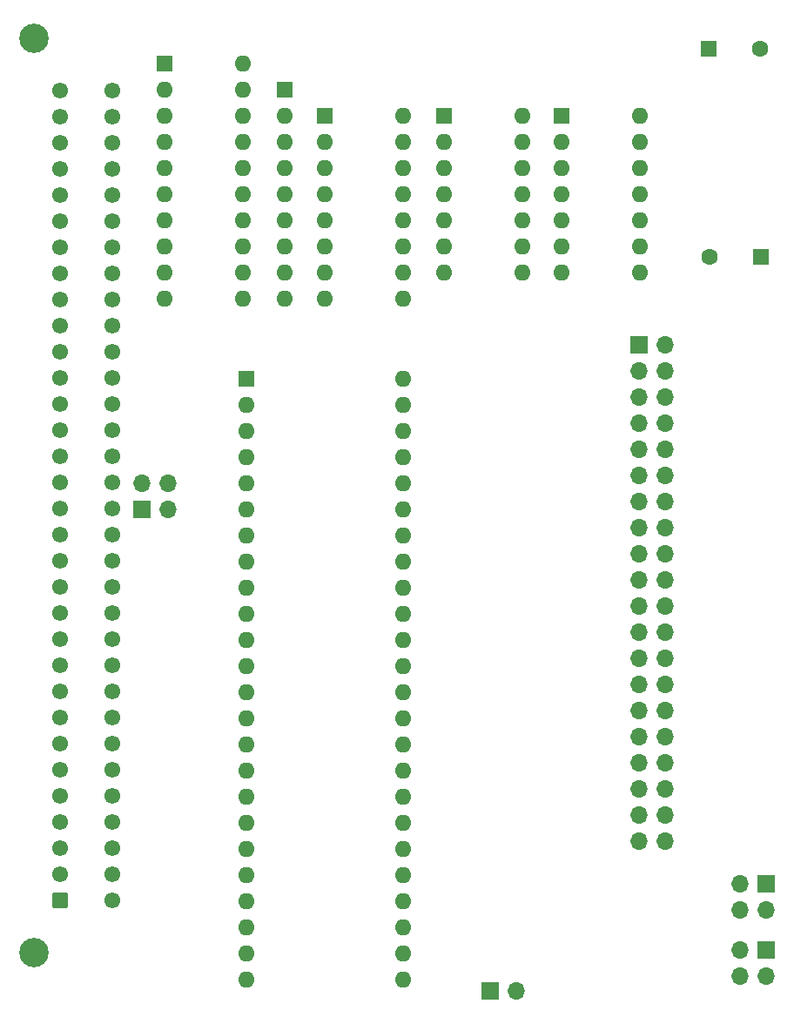
<source format=gbr>
%TF.GenerationSoftware,KiCad,Pcbnew,(6.0.8-1)-1*%
%TF.CreationDate,2023-09-26T17:12:20+03:00*%
%TF.ProjectId,A410_Podule_Ram_RPI,41343130-5f50-46f6-9475-6c655f52616d,rev?*%
%TF.SameCoordinates,Original*%
%TF.FileFunction,Soldermask,Bot*%
%TF.FilePolarity,Negative*%
%FSLAX46Y46*%
G04 Gerber Fmt 4.6, Leading zero omitted, Abs format (unit mm)*
G04 Created by KiCad (PCBNEW (6.0.8-1)-1) date 2023-09-26 17:12:20*
%MOMM*%
%LPD*%
G01*
G04 APERTURE LIST*
G04 Aperture macros list*
%AMRoundRect*
0 Rectangle with rounded corners*
0 $1 Rounding radius*
0 $2 $3 $4 $5 $6 $7 $8 $9 X,Y pos of 4 corners*
0 Add a 4 corners polygon primitive as box body*
4,1,4,$2,$3,$4,$5,$6,$7,$8,$9,$2,$3,0*
0 Add four circle primitives for the rounded corners*
1,1,$1+$1,$2,$3*
1,1,$1+$1,$4,$5*
1,1,$1+$1,$6,$7*
1,1,$1+$1,$8,$9*
0 Add four rect primitives between the rounded corners*
20,1,$1+$1,$2,$3,$4,$5,0*
20,1,$1+$1,$4,$5,$6,$7,0*
20,1,$1+$1,$6,$7,$8,$9,0*
20,1,$1+$1,$8,$9,$2,$3,0*%
G04 Aperture macros list end*
%ADD10R,1.600000X1.600000*%
%ADD11O,1.600000X1.600000*%
%ADD12R,1.700000X1.700000*%
%ADD13O,1.700000X1.700000*%
%ADD14C,2.850000*%
%ADD15RoundRect,0.249999X0.525001X-0.525001X0.525001X0.525001X-0.525001X0.525001X-0.525001X-0.525001X0*%
%ADD16C,1.550000*%
%ADD17C,1.600000*%
G04 APERTURE END LIST*
D10*
%TO.C,U2*%
X112786000Y-50541000D03*
D11*
X112786000Y-53081000D03*
X112786000Y-55621000D03*
X112786000Y-58161000D03*
X112786000Y-60701000D03*
X112786000Y-63241000D03*
X112786000Y-65781000D03*
X120406000Y-65781000D03*
X120406000Y-63241000D03*
X120406000Y-60701000D03*
X120406000Y-58161000D03*
X120406000Y-55621000D03*
X120406000Y-53081000D03*
X120406000Y-50541000D03*
%TD*%
D12*
%TO.C,J2*%
X131821000Y-72776000D03*
D13*
X134361000Y-72776000D03*
X131821000Y-75316000D03*
X134361000Y-75316000D03*
X131821000Y-77856000D03*
X134361000Y-77856000D03*
X131821000Y-80396000D03*
X134361000Y-80396000D03*
X131821000Y-82936000D03*
X134361000Y-82936000D03*
X131821000Y-85476000D03*
X134361000Y-85476000D03*
X131821000Y-88016000D03*
X134361000Y-88016000D03*
X131821000Y-90556000D03*
X134361000Y-90556000D03*
X131821000Y-93096000D03*
X134361000Y-93096000D03*
X131821000Y-95636000D03*
X134361000Y-95636000D03*
X131821000Y-98176000D03*
X134361000Y-98176000D03*
X131821000Y-100716000D03*
X134361000Y-100716000D03*
X131821000Y-103256000D03*
X134361000Y-103256000D03*
X131821000Y-105796000D03*
X134361000Y-105796000D03*
X131821000Y-108336000D03*
X134361000Y-108336000D03*
X131821000Y-110876000D03*
X134361000Y-110876000D03*
X131821000Y-113416000D03*
X134361000Y-113416000D03*
X131821000Y-115956000D03*
X134361000Y-115956000D03*
X131821000Y-118496000D03*
X134361000Y-118496000D03*
X131821000Y-121036000D03*
X134361000Y-121036000D03*
%TD*%
D10*
%TO.C,SW1*%
X101229000Y-50536000D03*
D11*
X101229000Y-53076000D03*
X101229000Y-55616000D03*
X101229000Y-58156000D03*
X101229000Y-60696000D03*
X101229000Y-63236000D03*
X101229000Y-65776000D03*
X101229000Y-68316000D03*
X108849000Y-68316000D03*
X108849000Y-65776000D03*
X108849000Y-63236000D03*
X108849000Y-60696000D03*
X108849000Y-58156000D03*
X108849000Y-55616000D03*
X108849000Y-53076000D03*
X108849000Y-50536000D03*
%TD*%
D14*
%TO.C,J1*%
X72898000Y-131953000D03*
X72898000Y-43053000D03*
D15*
X75438000Y-126873000D03*
D16*
X75438000Y-124333000D03*
X75438000Y-121793000D03*
X75438000Y-119253000D03*
X75438000Y-116713000D03*
X75438000Y-114173000D03*
X75438000Y-111633000D03*
X75438000Y-109093000D03*
X75438000Y-106553000D03*
X75438000Y-104013000D03*
X75438000Y-101473000D03*
X75438000Y-98933000D03*
X75438000Y-96393000D03*
X75438000Y-93853000D03*
X75438000Y-91313000D03*
X75438000Y-88773000D03*
X75438000Y-86233000D03*
X75438000Y-83693000D03*
X75438000Y-81153000D03*
X75438000Y-78613000D03*
X75438000Y-76073000D03*
X75438000Y-73533000D03*
X75438000Y-70993000D03*
X75438000Y-68453000D03*
X75438000Y-65913000D03*
X75438000Y-63373000D03*
X75438000Y-60833000D03*
X75438000Y-58293000D03*
X75438000Y-55753000D03*
X75438000Y-53213000D03*
X75438000Y-50673000D03*
X75438000Y-48133000D03*
X80518000Y-126873000D03*
X80518000Y-124333000D03*
X80518000Y-121793000D03*
X80518000Y-119253000D03*
X80518000Y-116713000D03*
X80518000Y-114173000D03*
X80518000Y-111633000D03*
X80518000Y-109093000D03*
X80518000Y-106553000D03*
X80518000Y-104013000D03*
X80518000Y-101473000D03*
X80518000Y-98933000D03*
X80518000Y-96393000D03*
X80518000Y-93853000D03*
X80518000Y-91313000D03*
X80518000Y-88773000D03*
X80518000Y-86233000D03*
X80518000Y-83693000D03*
X80518000Y-81153000D03*
X80518000Y-78613000D03*
X80518000Y-76073000D03*
X80518000Y-73533000D03*
X80518000Y-70993000D03*
X80518000Y-68453000D03*
X80518000Y-65913000D03*
X80518000Y-63373000D03*
X80518000Y-60833000D03*
X80518000Y-58293000D03*
X80518000Y-55753000D03*
X80518000Y-53213000D03*
X80518000Y-50673000D03*
X80518000Y-48133000D03*
%TD*%
D12*
%TO.C,INT1*%
X83434000Y-88778000D03*
D13*
X83434000Y-86238000D03*
X85974000Y-88778000D03*
X85974000Y-86238000D03*
%TD*%
D10*
%TO.C,CP2*%
X143626651Y-64262000D03*
D17*
X138626651Y-64262000D03*
%TD*%
D10*
%TO.C,U4*%
X124206000Y-50546000D03*
D11*
X124206000Y-53086000D03*
X124206000Y-55626000D03*
X124206000Y-58166000D03*
X124206000Y-60706000D03*
X124206000Y-63246000D03*
X124206000Y-65786000D03*
X131826000Y-65786000D03*
X131826000Y-63246000D03*
X131826000Y-60706000D03*
X131826000Y-58166000D03*
X131826000Y-55626000D03*
X131826000Y-53086000D03*
X131826000Y-50546000D03*
%TD*%
D10*
%TO.C,RN1*%
X97282000Y-47991000D03*
D11*
X97282000Y-50531000D03*
X97282000Y-53071000D03*
X97282000Y-55611000D03*
X97282000Y-58151000D03*
X97282000Y-60691000D03*
X97282000Y-63231000D03*
X97282000Y-65771000D03*
X97282000Y-68311000D03*
%TD*%
D12*
%TO.C,Prgm1*%
X117343000Y-135636000D03*
D13*
X119883000Y-135636000D03*
%TD*%
D10*
%TO.C,U3*%
X93594000Y-76083000D03*
D11*
X93594000Y-78623000D03*
X93594000Y-81163000D03*
X93594000Y-83703000D03*
X93594000Y-86243000D03*
X93594000Y-88783000D03*
X93594000Y-91323000D03*
X93594000Y-93863000D03*
X93594000Y-96403000D03*
X93594000Y-98943000D03*
X93594000Y-101483000D03*
X93594000Y-104023000D03*
X93594000Y-106563000D03*
X93594000Y-109103000D03*
X93594000Y-111643000D03*
X93594000Y-114183000D03*
X93594000Y-116723000D03*
X93594000Y-119263000D03*
X93594000Y-121803000D03*
X93594000Y-124343000D03*
X93594000Y-126883000D03*
X93594000Y-129423000D03*
X93594000Y-131963000D03*
X93594000Y-134503000D03*
X108834000Y-134503000D03*
X108834000Y-131963000D03*
X108834000Y-129423000D03*
X108834000Y-126883000D03*
X108834000Y-124343000D03*
X108834000Y-121803000D03*
X108834000Y-119263000D03*
X108834000Y-116723000D03*
X108834000Y-114183000D03*
X108834000Y-111643000D03*
X108834000Y-109103000D03*
X108834000Y-106563000D03*
X108834000Y-104023000D03*
X108834000Y-101483000D03*
X108834000Y-98943000D03*
X108834000Y-96403000D03*
X108834000Y-93863000D03*
X108834000Y-91323000D03*
X108834000Y-88783000D03*
X108834000Y-86243000D03*
X108834000Y-83703000D03*
X108834000Y-81163000D03*
X108834000Y-78623000D03*
X108834000Y-76083000D03*
%TD*%
D12*
%TO.C,HAT1*%
X144150000Y-125217000D03*
D13*
X144150000Y-127757000D03*
X141610000Y-125217000D03*
X141610000Y-127757000D03*
%TD*%
D12*
%TO.C,ARM1*%
X144150000Y-131694000D03*
D13*
X144150000Y-134234000D03*
X141610000Y-131694000D03*
X141610000Y-134234000D03*
%TD*%
D10*
%TO.C,U1*%
X85598000Y-45466000D03*
D11*
X85598000Y-48006000D03*
X85598000Y-50546000D03*
X85598000Y-53086000D03*
X85598000Y-55626000D03*
X85598000Y-58166000D03*
X85598000Y-60706000D03*
X85598000Y-63246000D03*
X85598000Y-65786000D03*
X85598000Y-68326000D03*
X93218000Y-68326000D03*
X93218000Y-65786000D03*
X93218000Y-63246000D03*
X93218000Y-60706000D03*
X93218000Y-58166000D03*
X93218000Y-55626000D03*
X93218000Y-53086000D03*
X93218000Y-50546000D03*
X93218000Y-48006000D03*
X93218000Y-45466000D03*
%TD*%
D10*
%TO.C,CP1*%
X138567349Y-44069000D03*
D17*
X143567349Y-44069000D03*
%TD*%
M02*

</source>
